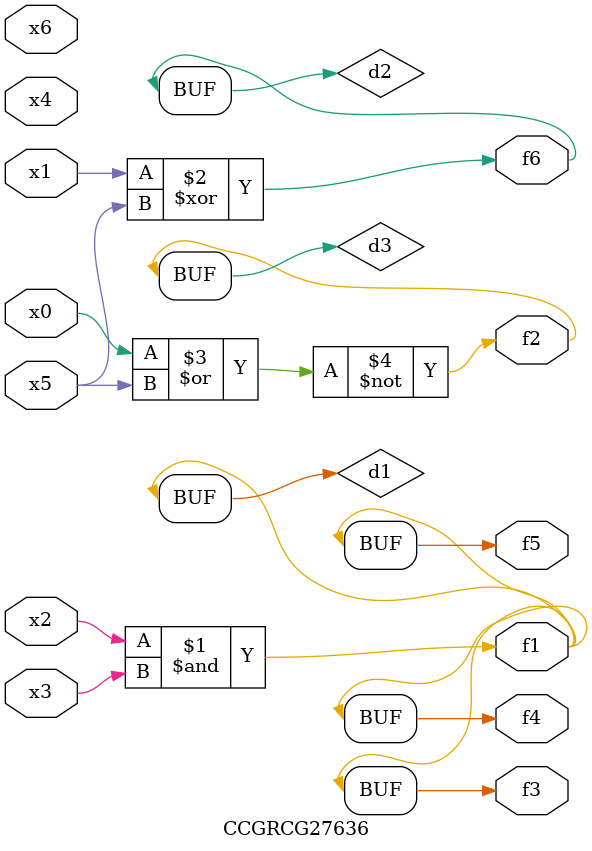
<source format=v>
module CCGRCG27636(
	input x0, x1, x2, x3, x4, x5, x6,
	output f1, f2, f3, f4, f5, f6
);

	wire d1, d2, d3;

	and (d1, x2, x3);
	xor (d2, x1, x5);
	nor (d3, x0, x5);
	assign f1 = d1;
	assign f2 = d3;
	assign f3 = d1;
	assign f4 = d1;
	assign f5 = d1;
	assign f6 = d2;
endmodule

</source>
